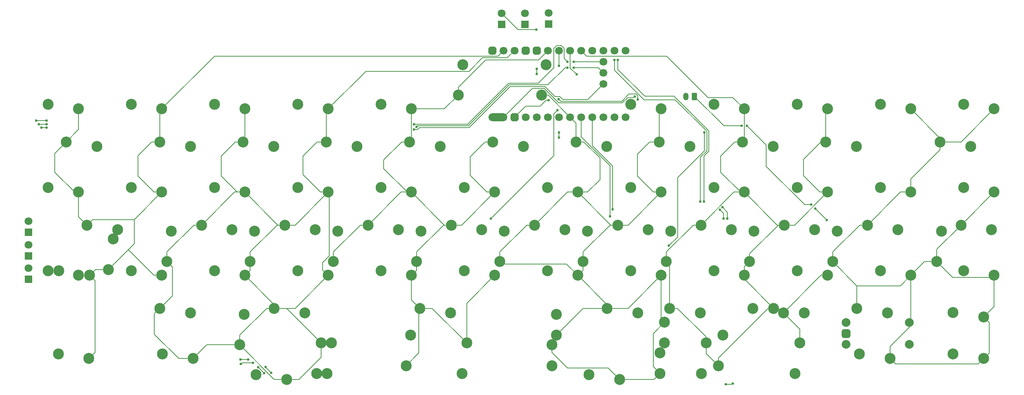
<source format=gtl>
G04 #@! TF.GenerationSoftware,KiCad,Pcbnew,7.0.11-7.0.11~ubuntu22.04.1*
G04 #@! TF.CreationDate,2024-05-14T18:32:02+02:00*
G04 #@! TF.ProjectId,alpha4,616c7068-6134-42e6-9b69-6361645f7063,rev?*
G04 #@! TF.SameCoordinates,Original*
G04 #@! TF.FileFunction,Copper,L1,Top*
G04 #@! TF.FilePolarity,Positive*
%FSLAX46Y46*%
G04 Gerber Fmt 4.6, Leading zero omitted, Abs format (unit mm)*
G04 Created by KiCad (PCBNEW 7.0.11-7.0.11~ubuntu22.04.1) date 2024-05-14 18:32:02*
%MOMM*%
%LPD*%
G01*
G04 APERTURE LIST*
G04 Aperture macros list*
%AMRoundRect*
0 Rectangle with rounded corners*
0 $1 Rounding radius*
0 $2 $3 $4 $5 $6 $7 $8 $9 X,Y pos of 4 corners*
0 Add a 4 corners polygon primitive as box body*
4,1,4,$2,$3,$4,$5,$6,$7,$8,$9,$2,$3,0*
0 Add four circle primitives for the rounded corners*
1,1,$1+$1,$2,$3*
1,1,$1+$1,$4,$5*
1,1,$1+$1,$6,$7*
1,1,$1+$1,$8,$9*
0 Add four rect primitives between the rounded corners*
20,1,$1+$1,$2,$3,$4,$5,0*
20,1,$1+$1,$4,$5,$6,$7,0*
20,1,$1+$1,$6,$7,$8,$9,0*
20,1,$1+$1,$8,$9,$2,$3,0*%
G04 Aperture macros list end*
G04 #@! TA.AperFunction,ComponentPad*
%ADD10C,2.500000*%
G04 #@! TD*
G04 #@! TA.AperFunction,ComponentPad*
%ADD11C,2.000000*%
G04 #@! TD*
G04 #@! TA.AperFunction,ComponentPad*
%ADD12RoundRect,0.500000X-0.500000X-0.500000X0.500000X-0.500000X0.500000X0.500000X-0.500000X0.500000X0*%
G04 #@! TD*
G04 #@! TA.AperFunction,ComponentPad*
%ADD13R,1.800000X1.800000*%
G04 #@! TD*
G04 #@! TA.AperFunction,ComponentPad*
%ADD14C,1.800000*%
G04 #@! TD*
G04 #@! TA.AperFunction,ComponentPad*
%ADD15O,1.200000X1.750000*%
G04 #@! TD*
G04 #@! TA.AperFunction,ComponentPad*
%ADD16RoundRect,0.250000X0.350000X0.625000X-0.350000X0.625000X-0.350000X-0.625000X0.350000X-0.625000X0*%
G04 #@! TD*
G04 #@! TA.AperFunction,ComponentPad*
%ADD17RoundRect,0.450000X-0.450000X0.450000X-0.450000X-0.450000X0.450000X-0.450000X0.450000X0.450000X0*%
G04 #@! TD*
G04 #@! TA.AperFunction,ComponentPad*
%ADD18O,4.340000X1.800000*%
G04 #@! TD*
G04 #@! TA.AperFunction,ViaPad*
%ADD19C,0.600000*%
G04 #@! TD*
G04 #@! TA.AperFunction,Conductor*
%ADD20C,0.200000*%
G04 #@! TD*
G04 APERTURE END LIST*
D10*
X160512500Y-66875000D03*
X167512500Y-67925000D03*
X152600000Y-75225000D03*
X153650000Y-68225000D03*
X95043500Y-93838000D03*
X93993500Y-100838000D03*
D11*
X212762500Y-89175000D03*
X212762500Y-94175000D03*
D12*
X212762500Y-91675000D03*
D11*
X227262500Y-94175000D03*
X227262500Y-89175000D03*
D10*
X132375000Y-59325000D03*
X125375000Y-58275000D03*
X81931250Y-85925000D03*
X88931250Y-86975000D03*
X94275000Y-40275000D03*
X87275000Y-39225000D03*
X202199750Y-93837500D03*
X201149750Y-100837500D03*
X189087500Y-47825000D03*
X196087500Y-48875000D03*
X124025000Y-37125000D03*
X125075000Y-30125000D03*
X84312500Y-66875000D03*
X91312500Y-67925000D03*
X234331250Y-47825000D03*
X241331250Y-48875000D03*
X94275000Y-78375000D03*
X87275000Y-77325000D03*
X179562500Y-66875000D03*
X186562500Y-67925000D03*
X208575000Y-40275000D03*
X201575000Y-39225000D03*
X227625000Y-40275000D03*
X220625000Y-39225000D03*
X39650250Y-78375000D03*
X32650250Y-77325000D03*
X141462500Y-66875000D03*
X148462500Y-67925000D03*
X233562500Y-75225000D03*
X234612500Y-68225000D03*
D13*
X25640000Y-68525000D03*
D14*
X25640000Y-65985000D03*
D10*
X160950250Y-102188000D03*
X153950250Y-101138000D03*
X246675000Y-78375000D03*
X239675000Y-77325000D03*
D13*
X25640000Y-79285000D03*
D14*
X25640000Y-76745000D03*
D10*
X170194000Y-100838000D03*
X171244000Y-93838000D03*
X113325000Y-59325000D03*
X106325000Y-58275000D03*
X75225000Y-78375000D03*
X68225000Y-77325000D03*
X208575000Y-78375000D03*
X201575000Y-77325000D03*
X143075000Y-37125000D03*
X144125000Y-30125000D03*
X132375000Y-78375000D03*
X125375000Y-77325000D03*
X215281250Y-85925000D03*
X222281250Y-86975000D03*
X56175000Y-78375000D03*
X49175000Y-77325000D03*
X92662250Y-93837500D03*
X91612250Y-100837500D03*
X113325000Y-40275000D03*
X106325000Y-39225000D03*
X246675000Y-59325000D03*
X239675000Y-58275000D03*
X84749500Y-102188000D03*
X77749500Y-101138000D03*
X171650000Y-75225000D03*
X172700000Y-68225000D03*
D13*
X139310000Y-20895000D03*
D14*
X139310000Y-18355000D03*
D10*
X74787500Y-47825000D03*
X81787500Y-48875000D03*
D13*
X144700000Y-20885000D03*
D14*
X144700000Y-18345000D03*
D10*
X112887500Y-47825000D03*
X119887500Y-48875000D03*
X246675000Y-40275000D03*
X239675000Y-39225000D03*
X146506000Y-92037500D03*
X145456000Y-99037500D03*
X189525000Y-59325000D03*
X182525000Y-58275000D03*
X170037500Y-47825000D03*
X177037500Y-48875000D03*
X208137500Y-47825000D03*
X215137500Y-48875000D03*
X114500000Y-75225000D03*
X115550000Y-68225000D03*
X37125000Y-40275000D03*
X30125000Y-39225000D03*
X189525000Y-40275000D03*
X182525000Y-39225000D03*
X239093750Y-66875000D03*
X246093750Y-67925000D03*
X180769000Y-93837500D03*
X179719000Y-100837500D03*
X37125000Y-78375000D03*
X30125000Y-77325000D03*
X93837500Y-47825000D03*
X100837500Y-48875000D03*
X171243750Y-89075000D03*
X170193750Y-96075000D03*
X113325000Y-78375000D03*
X106325000Y-77325000D03*
X196231250Y-85925000D03*
X203231250Y-86975000D03*
X208575000Y-59325000D03*
X201575000Y-58275000D03*
X95450000Y-75225000D03*
X96500000Y-68225000D03*
X198468750Y-86975000D03*
X191468750Y-85925000D03*
X56175000Y-59325000D03*
X49175000Y-58275000D03*
X170475000Y-40275000D03*
X163475000Y-39225000D03*
X209750000Y-75225000D03*
X210800000Y-68225000D03*
X126000250Y-93838000D03*
X124950250Y-100838000D03*
X43987500Y-77025000D03*
X45037500Y-70025000D03*
X76400000Y-75225000D03*
X77450000Y-68225000D03*
X189525000Y-78375000D03*
X182525000Y-77325000D03*
X122412500Y-66875000D03*
X129412500Y-67925000D03*
X65262500Y-66875000D03*
X72262500Y-67925000D03*
X103362500Y-66875000D03*
X110362500Y-67925000D03*
X190700000Y-75225000D03*
X191750000Y-68225000D03*
X217662500Y-66875000D03*
X224662500Y-67925000D03*
X39068750Y-66875000D03*
X46068750Y-67925000D03*
X150987500Y-47825000D03*
X157987500Y-48875000D03*
X170475000Y-78375000D03*
X163475000Y-77325000D03*
X227625000Y-59325000D03*
X220625000Y-58275000D03*
X94275000Y-59325000D03*
X87275000Y-58275000D03*
X75225000Y-59325000D03*
X68225000Y-58275000D03*
X244293750Y-97425000D03*
X237293750Y-96375000D03*
X222862500Y-97425000D03*
X215862500Y-96375000D03*
X170475000Y-59325000D03*
X163475000Y-58275000D03*
X37125000Y-59325000D03*
X30125000Y-58275000D03*
D13*
X25650000Y-73915000D03*
D14*
X25650000Y-71375000D03*
D10*
X151425000Y-59325000D03*
X144425000Y-58275000D03*
X158131250Y-85925000D03*
X165131250Y-86975000D03*
D13*
X133940000Y-20905000D03*
D14*
X133940000Y-18365000D03*
D10*
X39506250Y-97425000D03*
X32506250Y-96375000D03*
X145456250Y-94275000D03*
X146506250Y-87275000D03*
X115268750Y-85925000D03*
X122268750Y-86975000D03*
X57350000Y-75225000D03*
X58400000Y-68225000D03*
X131937500Y-47825000D03*
X138937500Y-48875000D03*
X74018750Y-94275000D03*
X75068750Y-87275000D03*
X34306250Y-47825000D03*
X41306250Y-48875000D03*
X133550000Y-75225000D03*
X134600000Y-68225000D03*
X112119000Y-99037500D03*
X113169000Y-92037500D03*
X55737500Y-47825000D03*
X62737500Y-48875000D03*
X63318750Y-97425000D03*
X56318750Y-96375000D03*
X151425000Y-78375000D03*
X144425000Y-77325000D03*
X227625000Y-78375000D03*
X220625000Y-77325000D03*
X56175000Y-40275000D03*
X49175000Y-39225000D03*
X183556500Y-99038000D03*
X184606500Y-92038000D03*
X244293750Y-87900000D03*
X237293750Y-86850000D03*
X198612500Y-66875000D03*
X205612500Y-67925000D03*
X172418750Y-85925000D03*
X179418750Y-86975000D03*
X55737500Y-85925000D03*
X62737500Y-86975000D03*
X75225000Y-40275000D03*
X68225000Y-39225000D03*
D15*
X176100000Y-37410000D03*
D16*
X178100000Y-37410000D03*
D14*
X134400000Y-26920000D03*
X136940000Y-26920000D03*
D17*
X139480000Y-26920000D03*
X142020000Y-26920000D03*
D14*
X144560000Y-26920000D03*
X147100000Y-26920000D03*
X149640000Y-26920000D03*
X152180000Y-26920000D03*
X154720000Y-26920000D03*
X157260000Y-26920000D03*
X159800000Y-26920000D03*
X162340000Y-26920000D03*
D18*
X133130000Y-42160000D03*
D17*
X136940000Y-42160000D03*
D14*
X139480000Y-42160000D03*
X142020000Y-42160000D03*
X144560000Y-42160000D03*
X147100000Y-42160000D03*
X149640000Y-42160000D03*
X152180000Y-42160000D03*
X154720000Y-42160000D03*
X157260000Y-42160000D03*
X159800000Y-42160000D03*
X162340000Y-42160000D03*
X157260000Y-29460000D03*
X157260000Y-32000000D03*
X157260000Y-34540000D03*
D17*
X131860000Y-26920000D03*
D14*
X131860000Y-42160000D03*
D19*
X151150000Y-32390000D03*
X147100000Y-30450000D03*
X147090000Y-45675000D03*
X147100000Y-46875000D03*
X158790000Y-64855000D03*
X159400000Y-63230000D03*
X77110000Y-98380000D03*
X180330000Y-45675000D03*
X79652610Y-100757390D03*
X172270602Y-71550602D03*
X74310000Y-98690000D03*
X78277610Y-99382390D03*
X74168311Y-97628145D03*
X79990000Y-99288001D03*
X75950000Y-97650000D03*
X185270000Y-103310000D03*
X81251140Y-100658860D03*
X186890000Y-103138000D03*
X146780000Y-40540000D03*
X131490000Y-65390000D03*
X184498701Y-62787328D03*
X185609265Y-65390735D03*
X180270000Y-61510000D03*
X160559925Y-29081110D03*
X159760000Y-29070000D03*
X179469997Y-61510000D03*
X183933015Y-63353015D03*
X184790000Y-65420000D03*
X144700000Y-38300000D03*
X205770000Y-63080000D03*
X188925000Y-44160000D03*
X208410000Y-65720000D03*
X142020000Y-31075000D03*
X204875735Y-62175735D03*
X147042210Y-38051649D03*
X165100000Y-38080000D03*
X190125000Y-44140000D03*
X142020000Y-32275000D03*
X164430000Y-37480000D03*
X29830000Y-44570000D03*
X28630000Y-44570000D03*
X141950000Y-22100000D03*
X113925000Y-44960000D03*
X150480000Y-30800000D03*
X28030000Y-43770000D03*
X114498383Y-44360000D03*
X29830000Y-43769997D03*
X149040000Y-30800000D03*
X29830000Y-42969994D03*
X113925000Y-43760000D03*
X149040000Y-29440000D03*
X27430000Y-42970000D03*
X150500000Y-29450000D03*
D20*
X149640000Y-26920000D02*
X149640000Y-30880000D01*
X149640000Y-30880000D02*
X151150000Y-32390000D01*
X147100000Y-26920000D02*
X147100000Y-30450000D01*
X147090000Y-46865000D02*
X147100000Y-46875000D01*
X147090000Y-45675000D02*
X147090000Y-46865000D01*
X50725000Y-55642766D02*
X50725000Y-50985000D01*
X39650250Y-78375000D02*
X37125000Y-78375000D01*
X40900249Y-79624999D02*
X40900249Y-96031001D01*
X31675000Y-50456250D02*
X31675000Y-54755509D01*
X54407234Y-78375000D02*
X48523484Y-72491250D01*
X48521250Y-72491250D02*
X49874999Y-71137501D01*
X54407234Y-59325000D02*
X50725000Y-55642766D01*
X53885000Y-47825000D02*
X55737500Y-47825000D01*
X39650250Y-78375000D02*
X40900249Y-79624999D01*
X55737500Y-40712500D02*
X56175000Y-40275000D01*
X41000250Y-77025000D02*
X39650250Y-78375000D01*
X36244491Y-59325000D02*
X37125000Y-59325000D01*
X43987500Y-77025000D02*
X41000250Y-77025000D01*
X133140000Y-28180000D02*
X134400000Y-26920000D01*
X37125000Y-59325000D02*
X37125000Y-64931250D01*
X56175000Y-59325000D02*
X54407234Y-59325000D01*
X56175000Y-40275000D02*
X68270000Y-28180000D01*
X56175000Y-78375000D02*
X54407234Y-78375000D01*
X55737500Y-47825000D02*
X55737500Y-40712500D01*
X31675000Y-54755509D02*
X36244491Y-59325000D01*
X49874999Y-65625001D02*
X56175000Y-59325000D01*
X48523484Y-72491250D02*
X48521250Y-72491250D01*
X37125000Y-64931250D02*
X39068750Y-66875000D01*
X37125000Y-40275000D02*
X37125000Y-45006250D01*
X34306250Y-47825000D02*
X31675000Y-50456250D01*
X40900249Y-96031001D02*
X39506250Y-97425000D01*
X39068750Y-66875000D02*
X40318749Y-65625001D01*
X40318749Y-65625001D02*
X49874999Y-65625001D01*
X43987500Y-77025000D02*
X48521250Y-72491250D01*
X50725000Y-50985000D02*
X53885000Y-47825000D01*
X49874999Y-71137501D02*
X49874999Y-65625001D01*
X37125000Y-45006250D02*
X34306250Y-47825000D01*
X68270000Y-28180000D02*
X133140000Y-28180000D01*
X86725000Y-85925000D02*
X94275000Y-78375000D01*
X63494734Y-66875000D02*
X57350000Y-73019734D01*
X135280000Y-28580000D02*
X136940000Y-26920000D01*
X81931750Y-102188000D02*
X84749500Y-102188000D01*
X80163484Y-85925000D02*
X74018750Y-92069734D01*
X86725000Y-66875000D02*
X94275000Y-59325000D01*
X92662250Y-97099759D02*
X87574009Y-102188000D01*
X81931250Y-85925000D02*
X80163484Y-85925000D01*
X102880000Y-31670000D02*
X124427968Y-31670000D01*
X81931250Y-85925000D02*
X84749750Y-85925000D01*
X60056991Y-97425000D02*
X54487501Y-91855510D01*
X75225000Y-59325000D02*
X82775000Y-66875000D01*
X63318750Y-97425000D02*
X60056991Y-97425000D01*
X82544734Y-66875000D02*
X76400000Y-73019734D01*
X72812500Y-59325000D02*
X65262500Y-66875000D01*
X129570000Y-28580000D02*
X135280000Y-28580000D01*
X74018750Y-94275000D02*
X81931750Y-102188000D01*
X76400000Y-73019734D02*
X76400000Y-75225000D01*
X69775000Y-51069734D02*
X69775000Y-55642766D01*
X88490000Y-51060000D02*
X91725000Y-47825000D01*
X91725000Y-47825000D02*
X93837500Y-47825000D01*
X87574009Y-102188000D02*
X84749500Y-102188000D01*
X92507234Y-59325000D02*
X88490000Y-55307766D01*
X94525000Y-73957968D02*
X94525000Y-59575000D01*
X76400000Y-77200000D02*
X75225000Y-78375000D01*
X73457234Y-59325000D02*
X75225000Y-59325000D01*
X74018750Y-94275000D02*
X66468750Y-94275000D01*
X75225000Y-78375000D02*
X81931250Y-85081250D01*
X84312500Y-66875000D02*
X82544734Y-66875000D01*
X92662250Y-93837500D02*
X95043000Y-93837500D01*
X57350000Y-73019734D02*
X57350000Y-75225000D01*
X69775000Y-55642766D02*
X73457234Y-59325000D01*
X74787500Y-47825000D02*
X73019734Y-47825000D01*
X93837500Y-47825000D02*
X93837500Y-40712500D01*
X93025001Y-77125001D02*
X93025001Y-75457967D01*
X75225000Y-59325000D02*
X72812500Y-59325000D01*
X65262500Y-66875000D02*
X63494734Y-66875000D01*
X73019734Y-47825000D02*
X69775000Y-51069734D01*
X94275000Y-40275000D02*
X102880000Y-31670000D01*
X84312500Y-66875000D02*
X86725000Y-66875000D01*
X92662250Y-93837500D02*
X92662250Y-97099759D01*
X81931250Y-85081250D02*
X81931250Y-85925000D01*
X93837500Y-40712500D02*
X94275000Y-40275000D01*
X66468750Y-94275000D02*
X63318750Y-97425000D01*
X88490000Y-55307766D02*
X88490000Y-51060000D01*
X81931250Y-85925000D02*
X86725000Y-85925000D01*
X75225000Y-47387500D02*
X74787500Y-47825000D01*
X126475000Y-31675000D02*
X129570000Y-28580000D01*
X84749750Y-85925000D02*
X92662250Y-93837500D01*
X124432968Y-31675000D02*
X126475000Y-31675000D01*
X93025001Y-75457967D02*
X94525000Y-73957968D01*
X95043000Y-93837500D02*
X95043500Y-93838000D01*
X57350000Y-75225000D02*
X58599999Y-76474999D01*
X58599999Y-76474999D02*
X58599999Y-83062501D01*
X82775000Y-66875000D02*
X84312500Y-66875000D01*
X76400000Y-75225000D02*
X76400000Y-77200000D01*
X124427968Y-31670000D02*
X124432968Y-31675000D01*
X58599999Y-83062501D02*
X55737500Y-85925000D01*
X75225000Y-40275000D02*
X75225000Y-47387500D01*
X94275000Y-59325000D02*
X92507234Y-59325000D01*
X74018750Y-92069734D02*
X74018750Y-94275000D01*
X94275000Y-78375000D02*
X93025001Y-77125001D01*
X54487501Y-91855510D02*
X54487501Y-87174999D01*
X94525000Y-59575000D02*
X94275000Y-59325000D01*
X54487501Y-87174999D02*
X55737500Y-85925000D01*
X114500000Y-75225000D02*
X114500000Y-77200000D01*
X120875000Y-40275000D02*
X124025000Y-37125000D01*
X114500000Y-73019734D02*
X114500000Y-75225000D01*
X113325000Y-78375000D02*
X113325000Y-83981250D01*
X142460000Y-29020000D02*
X144560000Y-26920000D01*
X113325000Y-40275000D02*
X120875000Y-40275000D01*
X126000250Y-84749750D02*
X132375000Y-78375000D01*
X130362234Y-29020000D02*
X142460000Y-29020000D01*
X132375000Y-59325000D02*
X130607234Y-59325000D01*
X124825000Y-66875000D02*
X132375000Y-59325000D01*
X113325000Y-47387500D02*
X112887500Y-47825000D01*
X118087250Y-85925000D02*
X126000250Y-93838000D01*
X113325000Y-83981250D02*
X115268750Y-85925000D01*
X110912500Y-59325000D02*
X103362500Y-66875000D01*
X120875000Y-66875000D02*
X122412500Y-66875000D01*
X126780000Y-55497766D02*
X126780000Y-51214734D01*
X122412500Y-66875000D02*
X120644734Y-66875000D01*
X113325000Y-40275000D02*
X113325000Y-47387500D01*
X115268750Y-85925000D02*
X118087250Y-85925000D01*
X115019000Y-86174750D02*
X115019000Y-96137500D01*
X112405000Y-59325000D02*
X113325000Y-59325000D01*
X111119734Y-47825000D02*
X107000000Y-51944734D01*
X115019000Y-96137500D02*
X112119000Y-99037500D01*
X122412500Y-66875000D02*
X124825000Y-66875000D01*
X113325000Y-59325000D02*
X110912500Y-59325000D01*
X107000000Y-53920000D02*
X112405000Y-59325000D01*
X126000250Y-93838000D02*
X126000250Y-84749750D01*
X101594734Y-66875000D02*
X95450000Y-73019734D01*
X103362500Y-66875000D02*
X101594734Y-66875000D01*
X95450000Y-73019734D02*
X95450000Y-75225000D01*
X124025000Y-37125000D02*
X124025000Y-35357234D01*
X115268750Y-85925000D02*
X115019000Y-86174750D01*
X107000000Y-51944734D02*
X107000000Y-53920000D01*
X130169734Y-47825000D02*
X131937500Y-47825000D01*
X112887500Y-47825000D02*
X111119734Y-47825000D01*
X124025000Y-35357234D02*
X130362234Y-29020000D01*
X113325000Y-59325000D02*
X120875000Y-66875000D01*
X130607234Y-59325000D02*
X126780000Y-55497766D01*
X126780000Y-51214734D02*
X130169734Y-47825000D01*
X120644734Y-66875000D02*
X114500000Y-73019734D01*
X114500000Y-77200000D02*
X113325000Y-78375000D01*
X153595000Y-59325000D02*
X151425000Y-59325000D01*
X170037500Y-47825000D02*
X170037500Y-40712500D01*
X151425000Y-59325000D02*
X149012500Y-59325000D01*
X168707234Y-59325000D02*
X165025000Y-55642766D01*
X152600000Y-77200000D02*
X151425000Y-78375000D01*
X151425000Y-59325000D02*
X158975000Y-66875000D01*
X141462500Y-66875000D02*
X139694734Y-66875000D01*
X162925000Y-66875000D02*
X170475000Y-59325000D01*
X143075000Y-37125000D02*
X144605000Y-37125000D01*
X165025000Y-50665000D02*
X167865000Y-47825000D01*
X152600000Y-73019734D02*
X152600000Y-75225000D01*
X149640000Y-42160000D02*
X150987500Y-43507500D01*
X158131250Y-85925000D02*
X152618500Y-85925000D01*
X167865000Y-47825000D02*
X170037500Y-47825000D01*
X160512500Y-66875000D02*
X162925000Y-66875000D01*
X149001484Y-99588000D02*
X158350250Y-99588000D01*
X145456250Y-94275000D02*
X145456250Y-96042766D01*
X158131250Y-85081250D02*
X158131250Y-85925000D01*
X152755266Y-47825000D02*
X156460000Y-51529734D01*
X158975000Y-66875000D02*
X160512500Y-66875000D01*
X139694734Y-66875000D02*
X133550000Y-73019734D01*
X168643750Y-99287750D02*
X168643750Y-91675000D01*
X165025000Y-55642766D02*
X165025000Y-50665000D01*
X158744734Y-66875000D02*
X152600000Y-73019734D01*
X151425000Y-78375000D02*
X158131250Y-85081250D01*
X145456250Y-96042766D02*
X149001484Y-99588000D01*
X158131250Y-85925000D02*
X162925000Y-85925000D01*
X150987500Y-47825000D02*
X152755266Y-47825000D01*
X146506000Y-93225250D02*
X145456250Y-94275000D01*
X144605000Y-37125000D02*
X149640000Y-42160000D01*
X133550000Y-75225000D02*
X134100000Y-75775000D01*
X170194000Y-100838000D02*
X168643750Y-99287750D01*
X148825000Y-75775000D02*
X151425000Y-78375000D01*
X156460000Y-56460000D02*
X153595000Y-59325000D01*
X160950250Y-102188000D02*
X168844000Y-102188000D01*
X162925000Y-85925000D02*
X170475000Y-78375000D01*
X149012500Y-59325000D02*
X141462500Y-66875000D01*
X160512500Y-66875000D02*
X158744734Y-66875000D01*
X170475000Y-59325000D02*
X168707234Y-59325000D01*
X168844000Y-102188000D02*
X170194000Y-100838000D01*
X134100000Y-75775000D02*
X148825000Y-75775000D01*
X146506000Y-92037500D02*
X146506000Y-93225250D01*
X152618500Y-85925000D02*
X146506000Y-92037500D01*
X152600000Y-75225000D02*
X152600000Y-77200000D01*
X170037500Y-40712500D02*
X170475000Y-40275000D01*
X170475000Y-88306250D02*
X170475000Y-78375000D01*
X150987500Y-43507500D02*
X150987500Y-47825000D01*
X171243750Y-89075000D02*
X170475000Y-88306250D01*
X133550000Y-73019734D02*
X133550000Y-75225000D01*
X168643750Y-91675000D02*
X171243750Y-89075000D01*
X156460000Y-51529734D02*
X156460000Y-56460000D01*
X158350250Y-99588000D02*
X160950250Y-102188000D01*
X208137500Y-40712500D02*
X208575000Y-40275000D01*
X208137500Y-47825000D02*
X208137500Y-40712500D01*
X206807234Y-59325000D02*
X203060000Y-55577766D01*
X174186516Y-85925000D02*
X180769000Y-92507484D01*
X190700000Y-75225000D02*
X190700000Y-73457234D01*
X189525000Y-76400000D02*
X190700000Y-75225000D01*
X196231250Y-85925000D02*
X197418750Y-85925000D01*
X189525000Y-40275000D02*
X189525000Y-47387500D01*
X187319734Y-47825000D02*
X184075000Y-51069734D01*
X207068750Y-78375000D02*
X208575000Y-78375000D01*
X172418750Y-85925000D02*
X174186516Y-85925000D01*
X171720000Y-28210000D02*
X153470000Y-28210000D01*
X207055000Y-47825000D02*
X208137500Y-47825000D01*
X183556500Y-99038000D02*
X183556500Y-97270234D01*
X203060000Y-55577766D02*
X203060000Y-51820000D01*
X171650000Y-73019734D02*
X171650000Y-75225000D01*
X189525000Y-40275000D02*
X186925000Y-37675000D01*
X181185000Y-37675000D02*
X171720000Y-28210000D01*
X189087500Y-47825000D02*
X187319734Y-47825000D01*
X196231250Y-85925000D02*
X189525000Y-79218750D01*
X180769000Y-96250500D02*
X183556500Y-99038000D01*
X180769000Y-92507484D02*
X180769000Y-93837500D01*
X189525000Y-78375000D02*
X189525000Y-76400000D01*
X189525000Y-59325000D02*
X187112500Y-59325000D01*
X187112500Y-59325000D02*
X179562500Y-66875000D01*
X190700000Y-73457234D02*
X197282234Y-66875000D01*
X179562500Y-66875000D02*
X177794734Y-66875000D01*
X189525000Y-47387500D02*
X189087500Y-47825000D01*
X180769000Y-93837500D02*
X180769000Y-96250500D01*
X188644491Y-59325000D02*
X189525000Y-59325000D01*
X198468750Y-86975000D02*
X207068750Y-78375000D01*
X197075000Y-66875000D02*
X198612500Y-66875000D01*
X153470000Y-28210000D02*
X152180000Y-26920000D01*
X198468750Y-86975000D02*
X202199750Y-90706000D01*
X197282234Y-66875000D02*
X198612500Y-66875000D01*
X202199750Y-90706000D02*
X202199750Y-93837500D01*
X184075000Y-51069734D02*
X184075000Y-54755509D01*
X194901734Y-85925000D02*
X196231250Y-85925000D01*
X183556500Y-97270234D02*
X194901734Y-85925000D01*
X208575000Y-59325000D02*
X206807234Y-59325000D01*
X198612500Y-66875000D02*
X201025000Y-66875000D01*
X197418750Y-85925000D02*
X198468750Y-86975000D01*
X203060000Y-51820000D02*
X207055000Y-47825000D01*
X186925000Y-37675000D02*
X181185000Y-37675000D01*
X184075000Y-54755509D02*
X188644491Y-59325000D01*
X189525000Y-79218750D02*
X189525000Y-78375000D01*
X189525000Y-59325000D02*
X197075000Y-66875000D01*
X172418750Y-75993750D02*
X172418750Y-85925000D01*
X171650000Y-75225000D02*
X172418750Y-75993750D01*
X177794734Y-66875000D02*
X171650000Y-73019734D01*
X201025000Y-66875000D02*
X208575000Y-59325000D01*
X215281250Y-80756250D02*
X215281250Y-85925000D01*
X244293750Y-97425000D02*
X243043751Y-98674999D01*
X239093750Y-66875000D02*
X246643750Y-59325000D01*
X222762500Y-98675000D02*
X222762500Y-97525000D01*
X230775000Y-75225000D02*
X227625000Y-78375000D01*
X227625000Y-59325000D02*
X225212500Y-59325000D01*
X244293750Y-97425000D02*
X245543749Y-96175001D01*
X227625000Y-88812500D02*
X227262500Y-89175000D01*
X227262500Y-89175000D02*
X227262500Y-90257500D01*
X246675000Y-78375000D02*
X246175000Y-78875000D01*
X227625000Y-40275000D02*
X234331250Y-46981250D01*
X246675000Y-85518750D02*
X246675000Y-78375000D01*
X234331250Y-49592766D02*
X227625000Y-56299016D01*
X233562500Y-75225000D02*
X233562500Y-72406250D01*
X234331250Y-47825000D02*
X239125000Y-47825000D01*
X215894734Y-66875000D02*
X209750000Y-73019734D01*
X217662500Y-66875000D02*
X215894734Y-66875000D01*
X224112499Y-98674999D02*
X222862500Y-97425000D01*
X237212500Y-78875000D02*
X233562500Y-75225000D01*
X233562500Y-75225000D02*
X230775000Y-75225000D01*
X245543749Y-96175001D02*
X245543749Y-89149999D01*
X239125000Y-47825000D02*
X246675000Y-40275000D01*
X233562500Y-72406250D02*
X239093750Y-66875000D01*
X209750000Y-73019734D02*
X209750000Y-75225000D01*
X227625000Y-78375000D02*
X227625000Y-88812500D01*
X227625000Y-56299016D02*
X227625000Y-59325000D01*
X225212500Y-59325000D02*
X217662500Y-66875000D01*
X209750000Y-75225000D02*
X215281250Y-80756250D01*
X245543749Y-89149999D02*
X244293750Y-87900000D01*
X244293750Y-87900000D02*
X246675000Y-85518750D01*
X246175000Y-78875000D02*
X237212500Y-78875000D01*
X225243750Y-80756250D02*
X215281250Y-80756250D01*
X222762500Y-97525000D02*
X222862500Y-97425000D01*
X234331250Y-47825000D02*
X234331250Y-49592766D01*
X227262500Y-90257500D02*
X222862500Y-94657500D01*
X234331250Y-46981250D02*
X234331250Y-47825000D01*
X222862500Y-94657500D02*
X222862500Y-97425000D01*
X243043751Y-98674999D02*
X224112499Y-98674999D01*
X227625000Y-78375000D02*
X225243750Y-80756250D01*
X246643750Y-59325000D02*
X246675000Y-59325000D01*
X152180000Y-46684048D02*
X158790000Y-53294048D01*
X158790000Y-53294048D02*
X158790000Y-64855000D01*
X152180000Y-42160000D02*
X152180000Y-46684048D01*
X154720000Y-48658362D02*
X159400000Y-53338362D01*
X154720000Y-42160000D02*
X154720000Y-48658362D01*
X159400000Y-53338362D02*
X159400000Y-63230000D01*
X74620000Y-98380000D02*
X77110000Y-98380000D01*
X174250000Y-69571204D02*
X172270602Y-71550602D01*
X74310000Y-98690000D02*
X74620000Y-98380000D01*
X174250000Y-55993009D02*
X174250000Y-69571204D01*
X78277610Y-99382390D02*
X78302390Y-99382390D01*
X78277610Y-99382390D02*
X79652610Y-100757390D01*
X180330000Y-49913009D02*
X174250000Y-55993009D01*
X180330000Y-45675000D02*
X180330000Y-49913009D01*
X145900000Y-41420000D02*
X146780000Y-40540000D01*
X74168311Y-97628145D02*
X75928145Y-97628145D01*
X185270000Y-103310000D02*
X186718000Y-103310000D01*
X131490000Y-65390000D02*
X145900000Y-50980000D01*
X145900000Y-50980000D02*
X145900000Y-41420000D01*
X79990000Y-99288001D02*
X79990000Y-99397720D01*
X186718000Y-103310000D02*
X186890000Y-103138000D01*
X79990000Y-99397720D02*
X81251140Y-100658860D01*
X75928145Y-97628145D02*
X75950000Y-97650000D01*
X185609265Y-63897892D02*
X184498701Y-62787328D01*
X160559925Y-31240434D02*
X160559925Y-29081110D01*
X181410000Y-49964381D02*
X181410000Y-45340785D01*
X181410000Y-45340785D02*
X173444215Y-37375000D01*
X180270000Y-51104381D02*
X181410000Y-49964381D01*
X180270000Y-61510000D02*
X180270000Y-51104381D01*
X166694491Y-37375000D02*
X160559925Y-31240434D01*
X185609265Y-65390735D02*
X185609265Y-63897892D01*
X173444215Y-37375000D02*
X166694491Y-37375000D01*
X166550000Y-38180000D02*
X159760000Y-31390000D01*
X179469997Y-61510000D02*
X179469997Y-51338698D01*
X184790000Y-64210000D02*
X183933015Y-63353015D01*
X180930000Y-49878695D02*
X180930000Y-45426471D01*
X173683529Y-38180000D02*
X166550000Y-38180000D01*
X184790000Y-65420000D02*
X184790000Y-64210000D01*
X180930000Y-45426471D02*
X173683529Y-38180000D01*
X179469997Y-51338698D02*
X180930000Y-49878695D01*
X159760000Y-31390000D02*
X159760000Y-29070000D01*
X164678529Y-36880000D02*
X163062282Y-36880000D01*
X139470000Y-39630000D02*
X136940000Y-42160000D01*
X161442282Y-38500000D02*
X153630000Y-38500000D01*
X204875735Y-62175735D02*
X203283703Y-62175735D01*
X203283703Y-62175735D02*
X194537500Y-53429532D01*
X153630000Y-38500000D02*
X147490561Y-38500000D01*
X144092032Y-38300000D02*
X142762032Y-39630000D01*
X184850000Y-44160000D02*
X178100000Y-37410000D01*
X188925000Y-44160000D02*
X184850000Y-44160000D01*
X163062282Y-36880000D02*
X161442282Y-38500000D01*
X194537500Y-53429532D02*
X194537500Y-48552500D01*
X165100000Y-38080000D02*
X165100000Y-37301471D01*
X142762032Y-39630000D02*
X139470000Y-39630000D01*
X208410000Y-65720000D02*
X205770000Y-63080000D01*
X165100000Y-37301471D02*
X164678529Y-36880000D01*
X194537500Y-48552500D02*
X190125000Y-44140000D01*
X142020000Y-31075000D02*
X142020000Y-32275000D01*
X144700000Y-38300000D02*
X144092032Y-38300000D01*
X147490561Y-38500000D02*
X147042210Y-38051649D01*
X164117032Y-37675000D02*
X162832968Y-37675000D01*
X162832968Y-37675000D02*
X161607968Y-38900000D01*
X161607968Y-38900000D02*
X147042032Y-38900000D01*
X164430000Y-37480000D02*
X164176016Y-37733984D01*
X164176016Y-37733984D02*
X164117032Y-37675000D01*
X147042032Y-38900000D02*
X143717032Y-35575000D01*
X140985000Y-35575000D02*
X134400000Y-42160000D01*
X143717032Y-35575000D02*
X140985000Y-35575000D01*
X115098383Y-44567157D02*
X115098383Y-44608529D01*
X135890000Y-35160000D02*
X126482842Y-44567157D01*
X29830000Y-44570000D02*
X28630000Y-44570000D01*
X115098383Y-44608529D02*
X114746912Y-44960000D01*
X114746912Y-44960000D02*
X113925000Y-44960000D01*
X146159366Y-37451649D02*
X143867717Y-35160000D01*
X147290739Y-37451649D02*
X146159366Y-37451649D01*
X153700000Y-38100000D02*
X147939090Y-38100000D01*
X133940000Y-18365000D02*
X137675000Y-22100000D01*
X126482842Y-44567157D02*
X115098383Y-44567157D01*
X147939090Y-38100000D02*
X147290739Y-37451649D01*
X137675000Y-22100000D02*
X141950000Y-22100000D01*
X143867717Y-35160000D02*
X135890000Y-35160000D01*
X157260000Y-34540000D02*
X153700000Y-38100000D01*
X29830000Y-43769997D02*
X28030003Y-43769997D01*
X144540000Y-34760000D02*
X135724314Y-34760000D01*
X148500000Y-30800000D02*
X144540000Y-34760000D01*
X126317157Y-44167157D02*
X114691226Y-44167157D01*
X157260000Y-32000000D02*
X156060000Y-30800000D01*
X28030003Y-43769997D02*
X28030000Y-43770000D01*
X156060000Y-30800000D02*
X150480000Y-30800000D01*
X114691226Y-44167157D02*
X114498383Y-44360000D01*
X149040000Y-30800000D02*
X148500000Y-30800000D01*
X135724314Y-34760000D02*
X126317157Y-44167157D01*
X148300000Y-28700000D02*
X148300000Y-26422943D01*
X145900000Y-30820000D02*
X142360000Y-34360000D01*
X145900000Y-26422943D02*
X145900000Y-30820000D01*
X135558628Y-34360000D02*
X126158628Y-43760000D01*
X27430006Y-42969994D02*
X27430000Y-42970000D01*
X147597057Y-25720000D02*
X146602943Y-25720000D01*
X142360000Y-34360000D02*
X135558628Y-34360000D01*
X146602943Y-25720000D02*
X145900000Y-26422943D01*
X157260000Y-29460000D02*
X150510000Y-29460000D01*
X150510000Y-29460000D02*
X150500000Y-29450000D01*
X126158628Y-43760000D02*
X113925000Y-43760000D01*
X148300000Y-26422943D02*
X147597057Y-25720000D01*
X29830000Y-42969994D02*
X27430006Y-42969994D01*
X149040000Y-29440000D02*
X148300000Y-28700000D01*
M02*

</source>
